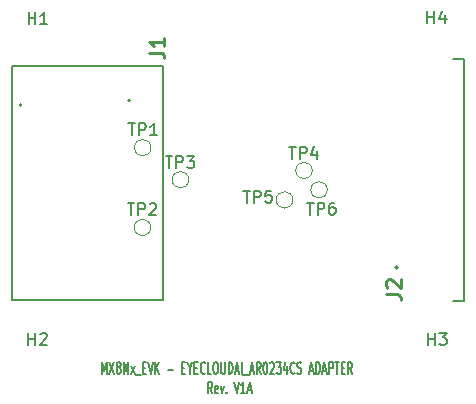
<source format=gbr>
%TF.GenerationSoftware,KiCad,Pcbnew,5.1.10-88a1d61d58~88~ubuntu18.04.1*%
%TF.CreationDate,2021-11-12T09:48:00+07:00*%
%TF.ProjectId,MX8Mx_EVK_MIPI_CSI-EYECLOUDAI_2MGSMOD_AR0234-ADAPTER,4d58384d-785f-4455-964b-5f4d4950495f,rev?*%
%TF.SameCoordinates,Original*%
%TF.FileFunction,Legend,Top*%
%TF.FilePolarity,Positive*%
%FSLAX46Y46*%
G04 Gerber Fmt 4.6, Leading zero omitted, Abs format (unit mm)*
G04 Created by KiCad (PCBNEW 5.1.10-88a1d61d58~88~ubuntu18.04.1) date 2021-11-12 09:48:00*
%MOMM*%
%LPD*%
G01*
G04 APERTURE LIST*
%ADD10C,0.150000*%
%ADD11C,0.120000*%
%ADD12C,0.200000*%
%ADD13C,0.127000*%
%ADD14C,0.254000*%
G04 APERTURE END LIST*
D10*
X111193631Y-112962180D02*
X111193631Y-111962180D01*
X111393631Y-112676466D01*
X111593631Y-111962180D01*
X111593631Y-112962180D01*
X111822202Y-111962180D02*
X112222202Y-112962180D01*
X112222202Y-111962180D02*
X111822202Y-112962180D01*
X112536488Y-112390752D02*
X112479345Y-112343133D01*
X112450774Y-112295514D01*
X112422202Y-112200276D01*
X112422202Y-112152657D01*
X112450774Y-112057419D01*
X112479345Y-112009800D01*
X112536488Y-111962180D01*
X112650774Y-111962180D01*
X112707917Y-112009800D01*
X112736488Y-112057419D01*
X112765060Y-112152657D01*
X112765060Y-112200276D01*
X112736488Y-112295514D01*
X112707917Y-112343133D01*
X112650774Y-112390752D01*
X112536488Y-112390752D01*
X112479345Y-112438371D01*
X112450774Y-112485990D01*
X112422202Y-112581228D01*
X112422202Y-112771704D01*
X112450774Y-112866942D01*
X112479345Y-112914561D01*
X112536488Y-112962180D01*
X112650774Y-112962180D01*
X112707917Y-112914561D01*
X112736488Y-112866942D01*
X112765060Y-112771704D01*
X112765060Y-112581228D01*
X112736488Y-112485990D01*
X112707917Y-112438371D01*
X112650774Y-112390752D01*
X113022202Y-112962180D02*
X113022202Y-111962180D01*
X113222202Y-112676466D01*
X113422202Y-111962180D01*
X113422202Y-112962180D01*
X113650774Y-112962180D02*
X113965060Y-112295514D01*
X113650774Y-112295514D02*
X113965060Y-112962180D01*
X114050774Y-113057419D02*
X114507917Y-113057419D01*
X114650774Y-112438371D02*
X114850774Y-112438371D01*
X114936488Y-112962180D02*
X114650774Y-112962180D01*
X114650774Y-111962180D01*
X114936488Y-111962180D01*
X115107917Y-111962180D02*
X115307917Y-112962180D01*
X115507917Y-111962180D01*
X115707917Y-112962180D02*
X115707917Y-111962180D01*
X116050774Y-112962180D02*
X115793631Y-112390752D01*
X116050774Y-111962180D02*
X115707917Y-112533609D01*
X116765060Y-112581228D02*
X117222202Y-112581228D01*
X117965060Y-112438371D02*
X118165060Y-112438371D01*
X118250774Y-112962180D02*
X117965060Y-112962180D01*
X117965060Y-111962180D01*
X118250774Y-111962180D01*
X118622202Y-112485990D02*
X118622202Y-112962180D01*
X118422202Y-111962180D02*
X118622202Y-112485990D01*
X118822202Y-111962180D01*
X119022202Y-112438371D02*
X119222202Y-112438371D01*
X119307917Y-112962180D02*
X119022202Y-112962180D01*
X119022202Y-111962180D01*
X119307917Y-111962180D01*
X119907917Y-112866942D02*
X119879345Y-112914561D01*
X119793631Y-112962180D01*
X119736488Y-112962180D01*
X119650774Y-112914561D01*
X119593631Y-112819323D01*
X119565060Y-112724085D01*
X119536488Y-112533609D01*
X119536488Y-112390752D01*
X119565060Y-112200276D01*
X119593631Y-112105038D01*
X119650774Y-112009800D01*
X119736488Y-111962180D01*
X119793631Y-111962180D01*
X119879345Y-112009800D01*
X119907917Y-112057419D01*
X120450774Y-112962180D02*
X120165060Y-112962180D01*
X120165060Y-111962180D01*
X120765060Y-111962180D02*
X120879345Y-111962180D01*
X120936488Y-112009800D01*
X120993631Y-112105038D01*
X121022202Y-112295514D01*
X121022202Y-112628847D01*
X120993631Y-112819323D01*
X120936488Y-112914561D01*
X120879345Y-112962180D01*
X120765060Y-112962180D01*
X120707917Y-112914561D01*
X120650774Y-112819323D01*
X120622202Y-112628847D01*
X120622202Y-112295514D01*
X120650774Y-112105038D01*
X120707917Y-112009800D01*
X120765060Y-111962180D01*
X121279345Y-111962180D02*
X121279345Y-112771704D01*
X121307917Y-112866942D01*
X121336488Y-112914561D01*
X121393631Y-112962180D01*
X121507917Y-112962180D01*
X121565060Y-112914561D01*
X121593631Y-112866942D01*
X121622202Y-112771704D01*
X121622202Y-111962180D01*
X121907917Y-112962180D02*
X121907917Y-111962180D01*
X122050774Y-111962180D01*
X122136488Y-112009800D01*
X122193631Y-112105038D01*
X122222202Y-112200276D01*
X122250774Y-112390752D01*
X122250774Y-112533609D01*
X122222202Y-112724085D01*
X122193631Y-112819323D01*
X122136488Y-112914561D01*
X122050774Y-112962180D01*
X121907917Y-112962180D01*
X122479345Y-112676466D02*
X122765060Y-112676466D01*
X122422202Y-112962180D02*
X122622202Y-111962180D01*
X122822202Y-112962180D01*
X123022202Y-112962180D02*
X123022202Y-111962180D01*
X123165060Y-113057419D02*
X123622202Y-113057419D01*
X123736488Y-112676466D02*
X124022202Y-112676466D01*
X123679345Y-112962180D02*
X123879345Y-111962180D01*
X124079345Y-112962180D01*
X124622202Y-112962180D02*
X124422202Y-112485990D01*
X124279345Y-112962180D02*
X124279345Y-111962180D01*
X124507917Y-111962180D01*
X124565060Y-112009800D01*
X124593631Y-112057419D01*
X124622202Y-112152657D01*
X124622202Y-112295514D01*
X124593631Y-112390752D01*
X124565060Y-112438371D01*
X124507917Y-112485990D01*
X124279345Y-112485990D01*
X124993631Y-111962180D02*
X125050774Y-111962180D01*
X125107917Y-112009800D01*
X125136488Y-112057419D01*
X125165060Y-112152657D01*
X125193631Y-112343133D01*
X125193631Y-112581228D01*
X125165060Y-112771704D01*
X125136488Y-112866942D01*
X125107917Y-112914561D01*
X125050774Y-112962180D01*
X124993631Y-112962180D01*
X124936488Y-112914561D01*
X124907917Y-112866942D01*
X124879345Y-112771704D01*
X124850774Y-112581228D01*
X124850774Y-112343133D01*
X124879345Y-112152657D01*
X124907917Y-112057419D01*
X124936488Y-112009800D01*
X124993631Y-111962180D01*
X125422202Y-112057419D02*
X125450774Y-112009800D01*
X125507917Y-111962180D01*
X125650774Y-111962180D01*
X125707917Y-112009800D01*
X125736488Y-112057419D01*
X125765060Y-112152657D01*
X125765060Y-112247895D01*
X125736488Y-112390752D01*
X125393631Y-112962180D01*
X125765060Y-112962180D01*
X125965060Y-111962180D02*
X126336488Y-111962180D01*
X126136488Y-112343133D01*
X126222202Y-112343133D01*
X126279345Y-112390752D01*
X126307917Y-112438371D01*
X126336488Y-112533609D01*
X126336488Y-112771704D01*
X126307917Y-112866942D01*
X126279345Y-112914561D01*
X126222202Y-112962180D01*
X126050774Y-112962180D01*
X125993631Y-112914561D01*
X125965060Y-112866942D01*
X126850774Y-112295514D02*
X126850774Y-112962180D01*
X126707917Y-111914561D02*
X126565060Y-112628847D01*
X126936488Y-112628847D01*
X127507917Y-112866942D02*
X127479345Y-112914561D01*
X127393631Y-112962180D01*
X127336488Y-112962180D01*
X127250774Y-112914561D01*
X127193631Y-112819323D01*
X127165060Y-112724085D01*
X127136488Y-112533609D01*
X127136488Y-112390752D01*
X127165060Y-112200276D01*
X127193631Y-112105038D01*
X127250774Y-112009800D01*
X127336488Y-111962180D01*
X127393631Y-111962180D01*
X127479345Y-112009800D01*
X127507917Y-112057419D01*
X127736488Y-112914561D02*
X127822202Y-112962180D01*
X127965060Y-112962180D01*
X128022202Y-112914561D01*
X128050774Y-112866942D01*
X128079345Y-112771704D01*
X128079345Y-112676466D01*
X128050774Y-112581228D01*
X128022202Y-112533609D01*
X127965060Y-112485990D01*
X127850774Y-112438371D01*
X127793631Y-112390752D01*
X127765060Y-112343133D01*
X127736488Y-112247895D01*
X127736488Y-112152657D01*
X127765060Y-112057419D01*
X127793631Y-112009800D01*
X127850774Y-111962180D01*
X127993631Y-111962180D01*
X128079345Y-112009800D01*
X128765060Y-112676466D02*
X129050774Y-112676466D01*
X128707917Y-112962180D02*
X128907917Y-111962180D01*
X129107917Y-112962180D01*
X129307917Y-112962180D02*
X129307917Y-111962180D01*
X129450774Y-111962180D01*
X129536488Y-112009800D01*
X129593631Y-112105038D01*
X129622202Y-112200276D01*
X129650774Y-112390752D01*
X129650774Y-112533609D01*
X129622202Y-112724085D01*
X129593631Y-112819323D01*
X129536488Y-112914561D01*
X129450774Y-112962180D01*
X129307917Y-112962180D01*
X129879345Y-112676466D02*
X130165060Y-112676466D01*
X129822202Y-112962180D02*
X130022202Y-111962180D01*
X130222202Y-112962180D01*
X130422202Y-112962180D02*
X130422202Y-111962180D01*
X130650774Y-111962180D01*
X130707917Y-112009800D01*
X130736488Y-112057419D01*
X130765060Y-112152657D01*
X130765060Y-112295514D01*
X130736488Y-112390752D01*
X130707917Y-112438371D01*
X130650774Y-112485990D01*
X130422202Y-112485990D01*
X130936488Y-111962180D02*
X131279345Y-111962180D01*
X131107917Y-112962180D02*
X131107917Y-111962180D01*
X131479345Y-112438371D02*
X131679345Y-112438371D01*
X131765060Y-112962180D02*
X131479345Y-112962180D01*
X131479345Y-111962180D01*
X131765060Y-111962180D01*
X132365060Y-112962180D02*
X132165060Y-112485990D01*
X132022202Y-112962180D02*
X132022202Y-111962180D01*
X132250774Y-111962180D01*
X132307917Y-112009800D01*
X132336488Y-112057419D01*
X132365060Y-112152657D01*
X132365060Y-112295514D01*
X132336488Y-112390752D01*
X132307917Y-112438371D01*
X132250774Y-112485990D01*
X132022202Y-112485990D01*
X120522202Y-114612180D02*
X120322202Y-114135990D01*
X120179345Y-114612180D02*
X120179345Y-113612180D01*
X120407917Y-113612180D01*
X120465060Y-113659800D01*
X120493631Y-113707419D01*
X120522202Y-113802657D01*
X120522202Y-113945514D01*
X120493631Y-114040752D01*
X120465060Y-114088371D01*
X120407917Y-114135990D01*
X120179345Y-114135990D01*
X121007917Y-114564561D02*
X120950774Y-114612180D01*
X120836488Y-114612180D01*
X120779345Y-114564561D01*
X120750774Y-114469323D01*
X120750774Y-114088371D01*
X120779345Y-113993133D01*
X120836488Y-113945514D01*
X120950774Y-113945514D01*
X121007917Y-113993133D01*
X121036488Y-114088371D01*
X121036488Y-114183609D01*
X120750774Y-114278847D01*
X121236488Y-113945514D02*
X121379345Y-114612180D01*
X121522202Y-113945514D01*
X121750774Y-114516942D02*
X121779345Y-114564561D01*
X121750774Y-114612180D01*
X121722202Y-114564561D01*
X121750774Y-114516942D01*
X121750774Y-114612180D01*
X122407917Y-113612180D02*
X122607917Y-114612180D01*
X122807917Y-113612180D01*
X123322202Y-114612180D02*
X122979345Y-114612180D01*
X123150774Y-114612180D02*
X123150774Y-113612180D01*
X123093631Y-113755038D01*
X123036488Y-113850276D01*
X122979345Y-113897895D01*
X123550774Y-114326466D02*
X123836488Y-114326466D01*
X123493631Y-114612180D02*
X123693631Y-113612180D01*
X123893631Y-114612180D01*
D11*
%TO.C,TP5*%
X127344400Y-98221800D02*
G75*
G03*
X127344400Y-98221800I-700000J0D01*
G01*
%TO.C,TP6*%
X130265400Y-97370900D02*
G75*
G03*
X130265400Y-97370900I-700000J0D01*
G01*
%TO.C,TP4*%
X128995400Y-95732600D02*
G75*
G03*
X128995400Y-95732600I-700000J0D01*
G01*
%TO.C,TP2*%
X115317500Y-100558600D02*
G75*
G03*
X115317500Y-100558600I-700000J0D01*
G01*
%TO.C,TP1*%
X115342900Y-93802200D02*
G75*
G03*
X115342900Y-93802200I-700000J0D01*
G01*
D12*
%TO.C,J1*%
X113579400Y-89793500D02*
G75*
G03*
X113579400Y-89793500I-100000J0D01*
G01*
X104379400Y-90193500D02*
G75*
G03*
X104379400Y-90193500I-100000J0D01*
G01*
D13*
X103579400Y-106693500D02*
X103579400Y-86893500D01*
X116379400Y-106693500D02*
X103579400Y-106693500D01*
X116379400Y-86893500D02*
X116379400Y-106693500D01*
X103579400Y-86893500D02*
X116379400Y-86893500D01*
D11*
%TO.C,TP3*%
X118530600Y-96507300D02*
G75*
G03*
X118530600Y-96507300I-700000J0D01*
G01*
D13*
%TO.C,J2*%
X141867480Y-106762940D02*
X140917480Y-106762940D01*
X141867480Y-86332940D02*
X140917480Y-86332940D01*
X141867480Y-106762940D02*
X141867480Y-86332940D01*
D12*
X136217480Y-103947940D02*
G75*
G03*
X136217480Y-103947940I-100000J0D01*
G01*
%TO.C,TP5*%
D10*
X123159995Y-97445580D02*
X123731423Y-97445580D01*
X123445709Y-98445580D02*
X123445709Y-97445580D01*
X124064757Y-98445580D02*
X124064757Y-97445580D01*
X124445709Y-97445580D01*
X124540947Y-97493200D01*
X124588566Y-97540819D01*
X124636185Y-97636057D01*
X124636185Y-97778914D01*
X124588566Y-97874152D01*
X124540947Y-97921771D01*
X124445709Y-97969390D01*
X124064757Y-97969390D01*
X125540947Y-97445580D02*
X125064757Y-97445580D01*
X125017138Y-97921771D01*
X125064757Y-97874152D01*
X125159995Y-97826533D01*
X125398090Y-97826533D01*
X125493328Y-97874152D01*
X125540947Y-97921771D01*
X125588566Y-98017009D01*
X125588566Y-98255104D01*
X125540947Y-98350342D01*
X125493328Y-98397961D01*
X125398090Y-98445580D01*
X125159995Y-98445580D01*
X125064757Y-98397961D01*
X125017138Y-98350342D01*
%TO.C,TP6*%
X128532095Y-98461580D02*
X129103523Y-98461580D01*
X128817809Y-99461580D02*
X128817809Y-98461580D01*
X129436857Y-99461580D02*
X129436857Y-98461580D01*
X129817809Y-98461580D01*
X129913047Y-98509200D01*
X129960666Y-98556819D01*
X130008285Y-98652057D01*
X130008285Y-98794914D01*
X129960666Y-98890152D01*
X129913047Y-98937771D01*
X129817809Y-98985390D01*
X129436857Y-98985390D01*
X130865428Y-98461580D02*
X130674952Y-98461580D01*
X130579714Y-98509200D01*
X130532095Y-98556819D01*
X130436857Y-98699676D01*
X130389238Y-98890152D01*
X130389238Y-99271104D01*
X130436857Y-99366342D01*
X130484476Y-99413961D01*
X130579714Y-99461580D01*
X130770190Y-99461580D01*
X130865428Y-99413961D01*
X130913047Y-99366342D01*
X130960666Y-99271104D01*
X130960666Y-99033009D01*
X130913047Y-98937771D01*
X130865428Y-98890152D01*
X130770190Y-98842533D01*
X130579714Y-98842533D01*
X130484476Y-98890152D01*
X130436857Y-98937771D01*
X130389238Y-99033009D01*
%TO.C,TP4*%
X127033495Y-93736980D02*
X127604923Y-93736980D01*
X127319209Y-94736980D02*
X127319209Y-93736980D01*
X127938257Y-94736980D02*
X127938257Y-93736980D01*
X128319209Y-93736980D01*
X128414447Y-93784600D01*
X128462066Y-93832219D01*
X128509685Y-93927457D01*
X128509685Y-94070314D01*
X128462066Y-94165552D01*
X128414447Y-94213171D01*
X128319209Y-94260790D01*
X127938257Y-94260790D01*
X129366828Y-94070314D02*
X129366828Y-94736980D01*
X129128733Y-93689361D02*
X128890638Y-94403647D01*
X129509685Y-94403647D01*
%TO.C,TP2*%
X113368295Y-98499680D02*
X113939723Y-98499680D01*
X113654009Y-99499680D02*
X113654009Y-98499680D01*
X114273057Y-99499680D02*
X114273057Y-98499680D01*
X114654009Y-98499680D01*
X114749247Y-98547300D01*
X114796866Y-98594919D01*
X114844485Y-98690157D01*
X114844485Y-98833014D01*
X114796866Y-98928252D01*
X114749247Y-98975871D01*
X114654009Y-99023490D01*
X114273057Y-99023490D01*
X115225438Y-98594919D02*
X115273057Y-98547300D01*
X115368295Y-98499680D01*
X115606390Y-98499680D01*
X115701628Y-98547300D01*
X115749247Y-98594919D01*
X115796866Y-98690157D01*
X115796866Y-98785395D01*
X115749247Y-98928252D01*
X115177819Y-99499680D01*
X115796866Y-99499680D01*
%TO.C,TP1*%
X113419095Y-91743280D02*
X113990523Y-91743280D01*
X113704809Y-92743280D02*
X113704809Y-91743280D01*
X114323857Y-92743280D02*
X114323857Y-91743280D01*
X114704809Y-91743280D01*
X114800047Y-91790900D01*
X114847666Y-91838519D01*
X114895285Y-91933757D01*
X114895285Y-92076614D01*
X114847666Y-92171852D01*
X114800047Y-92219471D01*
X114704809Y-92267090D01*
X114323857Y-92267090D01*
X115847666Y-92743280D02*
X115276238Y-92743280D01*
X115561952Y-92743280D02*
X115561952Y-91743280D01*
X115466714Y-91886138D01*
X115371476Y-91981376D01*
X115276238Y-92028995D01*
%TO.C,J1*%
D14*
X115189483Y-85762253D02*
X116096626Y-85762253D01*
X116278055Y-85822729D01*
X116399007Y-85943681D01*
X116459483Y-86125110D01*
X116459483Y-86246062D01*
X116459483Y-84492253D02*
X116459483Y-85217967D01*
X116459483Y-84855110D02*
X115189483Y-84855110D01*
X115370912Y-84976062D01*
X115491864Y-85097015D01*
X115552340Y-85217967D01*
%TO.C,TP3*%
D10*
X116568695Y-94511680D02*
X117140123Y-94511680D01*
X116854409Y-95511680D02*
X116854409Y-94511680D01*
X117473457Y-95511680D02*
X117473457Y-94511680D01*
X117854409Y-94511680D01*
X117949647Y-94559300D01*
X117997266Y-94606919D01*
X118044885Y-94702157D01*
X118044885Y-94845014D01*
X117997266Y-94940252D01*
X117949647Y-94987871D01*
X117854409Y-95035490D01*
X117473457Y-95035490D01*
X118378219Y-94511680D02*
X118997266Y-94511680D01*
X118663933Y-94892633D01*
X118806790Y-94892633D01*
X118902028Y-94940252D01*
X118949647Y-94987871D01*
X118997266Y-95083109D01*
X118997266Y-95321204D01*
X118949647Y-95416442D01*
X118902028Y-95464061D01*
X118806790Y-95511680D01*
X118521076Y-95511680D01*
X118425838Y-95464061D01*
X118378219Y-95416442D01*
%TO.C,J2*%
D14*
X135219923Y-106188933D02*
X136127066Y-106188933D01*
X136308495Y-106249409D01*
X136429447Y-106370361D01*
X136489923Y-106551790D01*
X136489923Y-106672742D01*
X135340876Y-105644647D02*
X135280400Y-105584171D01*
X135219923Y-105463219D01*
X135219923Y-105160838D01*
X135280400Y-105039885D01*
X135340876Y-104979409D01*
X135461828Y-104918933D01*
X135582780Y-104918933D01*
X135764209Y-104979409D01*
X136489923Y-105705123D01*
X136489923Y-104918933D01*
%TO.C,H4*%
D10*
X138739975Y-83243680D02*
X138739975Y-82243680D01*
X138739975Y-82719871D02*
X139311403Y-82719871D01*
X139311403Y-83243680D02*
X139311403Y-82243680D01*
X140216165Y-82577014D02*
X140216165Y-83243680D01*
X139978070Y-82196061D02*
X139739975Y-82910347D01*
X140359022Y-82910347D01*
%TO.C,H3*%
X138790775Y-110488120D02*
X138790775Y-109488120D01*
X138790775Y-109964311D02*
X139362203Y-109964311D01*
X139362203Y-110488120D02*
X139362203Y-109488120D01*
X139743156Y-109488120D02*
X140362203Y-109488120D01*
X140028870Y-109869073D01*
X140171727Y-109869073D01*
X140266965Y-109916692D01*
X140314584Y-109964311D01*
X140362203Y-110059549D01*
X140362203Y-110297644D01*
X140314584Y-110392882D01*
X140266965Y-110440501D01*
X140171727Y-110488120D01*
X139886013Y-110488120D01*
X139790775Y-110440501D01*
X139743156Y-110392882D01*
%TO.C,H2*%
X104952895Y-110488120D02*
X104952895Y-109488120D01*
X104952895Y-109964311D02*
X105524323Y-109964311D01*
X105524323Y-110488120D02*
X105524323Y-109488120D01*
X105952895Y-109583359D02*
X106000514Y-109535740D01*
X106095752Y-109488120D01*
X106333847Y-109488120D01*
X106429085Y-109535740D01*
X106476704Y-109583359D01*
X106524323Y-109678597D01*
X106524323Y-109773835D01*
X106476704Y-109916692D01*
X105905276Y-110488120D01*
X106524323Y-110488120D01*
%TO.C,H1*%
X104978295Y-83352900D02*
X104978295Y-82352900D01*
X104978295Y-82829091D02*
X105549723Y-82829091D01*
X105549723Y-83352900D02*
X105549723Y-82352900D01*
X106549723Y-83352900D02*
X105978295Y-83352900D01*
X106264009Y-83352900D02*
X106264009Y-82352900D01*
X106168771Y-82495758D01*
X106073533Y-82590996D01*
X105978295Y-82638615D01*
%TD*%
M02*

</source>
